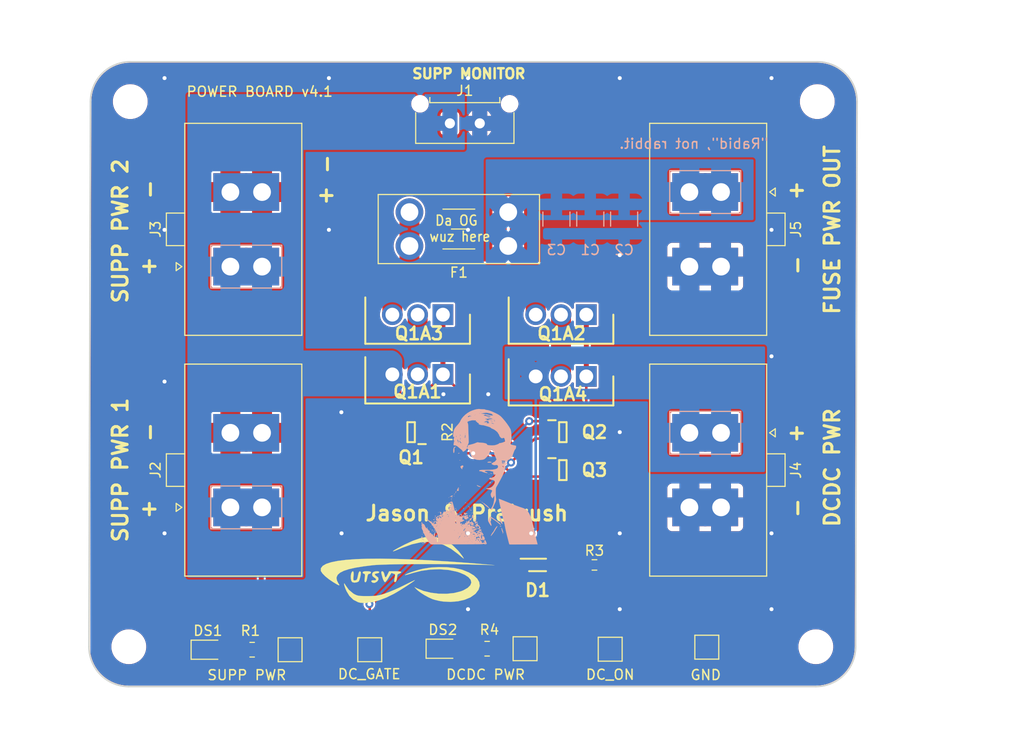
<source format=kicad_pcb>
(kicad_pcb (version 20221018) (generator pcbnew)
  (title_block (title "Primary Battery Board") (date "2018-11-03") (company "UT Solar Vehicle Team") (comment 1 "BeVolt") (comment 2 "Jim Corbin and Alex Rodriguez"))
  (layers (0 "F.Cu" power) (31 "B.Cu" power) (34 "B.Paste" user) (35 "F.Paste" user) (36 "B.SilkS" user "B.Silkscreen") (37 "F.SilkS" user "F.Silkscreen") (38 "B.Mask" user) (39 "F.Mask" user) (44 "Edge.Cuts" user))
  (net 0 "")
  (net 1 "FUSE_OUT")
  (net 2 "GNDS")
  (net 3 "Net-(DS1-A)")
  (net 4 "Net-(DS2-A)")
  (net 5 "Net-(F1-Pad2)")
  (net 6 "SUPP_PWR")
  (net 7 "DCDC_PWR")
  (net 8 "Supp_Gate")
  (net 9 "DCDC_Gate")
  (net 10 "Net-(Q1B-G)")
  (net 11 "Net-(Q1A1-Pad2)")
  (net 12 "Net-(Q1A2-Pad2)")
  (net 13 "Net-(D1-A)")
  (footprint "Connector_Molex:Molex_Sabre_43160-0102_1x02_P7.49mm_Vertical" (layer "F.Cu") (at 144.1544 76.265 -90)
    (fp_text reference "J4" (at 3.75 -10.7 90) (layer "F.SilkS"))
    (fp_text value "DCDC SUPPLY")
    (pad "1" thru_hole rect locked (at 0 -3.18 270) (size 3.78 3.43) (drill 1.78) (layers "*.Cu" "*.Mask") (net 7 "DCDC_PWR"))
    (pad "1" thru_hole rect locked (at 0 0 270) (size 3.78 3.43) (drill 1.78) (layers "*.Cu" "*.Mask") (net 7 "DCDC_PWR"))
    (pad "2" thru_hole rect locked (at 7.49 -3.18 270) (size 3.78 3.43) (drill 1.78) (layers "*.Cu" "*.Mask") (net 2 "GNDS"))
    (pad "2" thru_hole rect locked (at 7.49 0 270) (size 3.78 3.43) (drill 1.78) (layers "*.Cu" "*.Mask") (net 2 "GNDS"))
  )
  (footprint "UTSVT_PowerSupp:SOT65P210X100-6N" (layer "F.Cu") (at 131.445 76.2)
    (fp_text reference "Q2" (at 3.175 0) (layer "F.SilkS") (effects (font (size 1.27 1.27) (thickness 0.254))))
    (fp_text value "S1G1D2S2G2D1" hide)
    (pad "1" smd rect (at -1.1 -0.65 90) (size 0.4 0.75) (layers "F.Cu" "F.Paste" "F.Mask") (net 2 "GNDS"))
    (pad "2" smd rect (at -1.1 0 90) (size 0.4 0.75) (layers "F.Cu" "F.Paste" "F.Mask") (net 8 "Supp_Gate"))
    (pad "3" smd rect (at -1.1 0.65 90) (size 0.4 0.75) (layers "F.Cu" "F.Paste" "F.Mask") (net 8 "Supp_Gate"))
    (pad "4" smd rect (at 1.1 0.65 90) (size 0.4 0.75) (layers "F.Cu" "F.Paste" "F.Mask") (net 2 "GNDS"))
    (pad "5" smd rect (at 1.1 0 90) (size 0.4 0.75) (layers "F.Cu" "F.Paste" "F.Mask") (net 10 "Net-(Q1B-G)"))
    (pad "6" smd rect (at 1.1 -0.65 90) (size 0.4 0.75) (layers "F.Cu" "F.Paste" "F.Mask") (net 9 "DCDC_Gate"))
  )
  (footprint "Resistor_SMD:R_0805_2012Metric" (layer "F.Cu") (at 123.84 97.95 180)
    (fp_text reference "R4" (at -0.227064 1.905) (layer "F.SilkS"))
    (fp_text value "5.1K")
    (pad "1" smd roundrect (at -0.9125 0 180) (size 1.025 1.4) (layers "F.Cu" "F.Paste" "F.Mask") (roundrect_rratio 0.243902) (net 7 "DCDC_PWR"))
    (pad "2" smd roundrect (at 0.9125 0 180) (size 1.025 1.4) (layers "F.Cu" "F.Paste" "F.Mask") (roundrect_rratio 0.243902) (net 4 "Net-(DS2-A)"))
  )
  (footprint "Connector_Molex:Molex_Sabre_43160-0102_1x02_P7.49mm_Vertical" (layer "F.Cu") (at 144.1544 52.0842 -90)
    (fp_text reference "J5" (at 3.75 -10.7 90) (layer "F.SilkS"))
    (fp_text value "PWR OUT")
    (pad "1" thru_hole rect locked (at 0 -3.18 270) (size 3.78 3.43) (drill 1.78) (layers "*.Cu" "*.Mask") (net 1 "FUSE_OUT"))
    (pad "1" thru_hole rect locked (at 0 0 270) (size 3.78 3.43) (drill 1.78) (layers "*.Cu" "*.Mask") (net 1 "FUSE_OUT"))
    (pad "2" thru_hole rect locked (at 7.49 -3.18 270) (size 3.78 3.43) (drill 1.78) (layers "*.Cu" "*.Mask") (net 2 "GNDS"))
    (pad "2" thru_hole rect locked (at 7.49 0 270) (size 3.78 3.43) (drill 1.78) (layers "*.Cu" "*.Mask") (net 2 "GNDS"))
  )
  (footprint "Fuse:Fuseholder_Blade_Mini_Keystone_3568" (layer "F.Cu") (at 125.96 57.5 180)
    (fp_text reference "F1" (at 4.96 -2.67) (layer "F.SilkS"))
    (fp_text value "Fuse")
    (pad "1" thru_hole circle (at 0 0 180) (size 2.78 2.78) (drill 1.78) (layers "*.Cu" "*.Mask") (net 1 "FUSE_OUT"))
    (pad "1" thru_hole circle (at 0 3.4 180) (size 2.78 2.78) (drill 1.78) (layers "*.Cu" "*.Mask") (net 1 "FUSE_OUT"))
    (pad "2" thru_hole circle (at 9.92 0 180) (size 2.78 2.78) (drill 1.78) (layers "*.Cu" "*.Mask") (net 5 "Net-(F1-Pad2)"))
    (pad "2" thru_hole circle (at 9.92 3.4 180) (size 2.78 2.78) (drill 1.78) (layers "*.Cu" "*.Mask") (net 5 "Net-(F1-Pad2)"))
  )
  (footprint "Connector_Molex:Molex_Sabre_43160-0102_1x02_P7.49mm_Vertical" (layer "F.Cu") (at 101.235 83.755 90)
    (fp_text reference "J2" (at 3.75 -10.7 90) (layer "F.SilkS"))
    (fp_text value "SUPP PWR 1")
    (pad "1" thru_hole rect locked (at 0 -3.18 90) (size 3.78 3.43) (drill 1.78) (layers "*.Cu" "*.Mask") (net 6 "SUPP_PWR"))
    (pad "1" thru_hole rect locked (at 0 0 90) (size 3.78 3.43) (drill 1.78) (layers "*.Cu" "*.Mask") (net 6 "SUPP_PWR"))
    (pad "2" thru_hole rect locked (at 7.49 -3.18 90) (size 3.78 3.43) (drill 1.78) (layers "*.Cu" "*.Mask") (net 2 "GNDS"))
    (pad "2" thru_hole rect locked (at 7.49 0 90) (size 3.78 3.43) (drill 1.78) (layers "*.Cu" "*.Mask") (net 2 "GNDS"))
  )
  (footprint "UTSVT_Special:UTSVT_Logo_Symbol" (layer "F.Cu") (at 115.57 90.17)
    (fp_text reference "LOGO2" hide)
    (fp_text value "UTSVT" hide)
  )
  (footprint "MountingHole:MountingHole_3mm" (layer "F.Cu") (at 157 43)
    (fp_text reference "H2" hide)
    (fp_text value "M3")
    (pad "" np_thru_hole circle (at 0 0) (size 3 3) (drill 3) (layers "*.Cu" "*.Mask"))
  )
  (footprint "TestPoint:TestPoint_Pad_2.0x2.0mm" (layer "F.Cu") (at 136.2 98)
    (fp_text reference "TP3" hide)
    (fp_text value "DC_ON" (at 0 2.55) (layer "F.SilkS"))
    (pad "1" smd rect (at 0 0) (size 2 2) (layers "F.Cu" "F.Mask") (net 13 "Net-(D1-A)"))
  )
  (footprint "Resistor_SMD:R_0603_1608Metric" (layer "F.Cu") (at 134.62 89.535)
    (fp_text reference "R3" (at 0 -1.43) (layer "F.SilkS"))
    (fp_text value "1M")
    (pad "1" smd roundrect (at -0.825 0) (size 0.8 0.95) (layers "F.Cu" "F.Paste" "F.Mask") (net 13 "Net-(D1-A)"))
    (pad "2" smd roundrect (at 0.825 0) (size 0.8 0.95) (layers "F.Cu" "F.Paste" "F.Mask") (net 2 "GNDS"))
  )
  (footprint "UTSVT_PowerSupp:SUP90P06-PCHAN-ENH-PWR-MOSFET" (layer "F.Cu") (at 133.8 70.6 180)
    (fp_text reference "Q1A4" (at 2.355 -1.79 180) (layer "F.SilkS") (effects (font (size 1.27 1.27) (thickness 0.254))))
    (fp_text value "SUP90P06" hide)
    (pad "1" thru_hole rect (at 0 0 180) (size 2.085 2.085) (drill 1.39) (layers "*.Cu" "*.Mask") (net 9 "DCDC_Gate"))
    (pad "2" thru_hole circle (at 2.54 0 180) (size 2.085 2.085) (drill 1.39) (layers "*.Cu" "*.Mask") (net 12 "Net-(Q1A2-Pad2)"))
    (pad "3" thru_hole circle (at 5.08 0 180) (size 2.085 2.085) (drill 1.39) (layers "*.Cu" "*.Mask") (net 7 "DCDC_PWR"))
  )
  (footprint "UTSVT_PowerSupp:SUP90P06-PCHAN-ENH-PWR-MOSFET" (layer "F.Cu") (at 119.4 70.4 180)
    (fp_text reference "Q1A1" (at 2.56 -1.736 180) (layer "F.SilkS") (effects (font (size 1.27 1.27) (thickness 0.254))))
    (fp_text value "SUP90P06" hide)
    (pad "1" thru_hole rect (at 0 0 180) (size 2.085 2.085) (drill 1.39) (layers "*.Cu" "*.Mask") (net 8 "Supp_Gate"))
    (pad "2" thru_hole circle (at 2.54 0 180) (size 2.085 2.085) (drill 1.39) (layers "*.Cu" "*.Mask") (net 11 "Net-(Q1A1-Pad2)"))
    (pad "3" thru_hole circle (at 5.08 0 180) (size 2.085 2.085) (drill 1.39) (layers "*.Cu" "*.Mask") (net 6 "SUPP_PWR"))
  )
  (footprint "MountingHole:MountingHole_3mm" (layer "F.Cu") (at 88 43)
    (fp_text reference "H1" hide)
    (fp_text value "M3")
    (pad "" np_thru_hole circle (at 0 0) (size 3 3) (drill 3) (layers "*.Cu" "*.Mask"))
  )
  (footprint "Connector_Molex:Molex_Micro-Fit_3.0_43650-0215_1x02_P3.00mm_Vertical" (layer "F.Cu") (at 120.1 45.185)
    (fp_text reference "J1" (at 1.5 -3.275) (layer "F.SilkS"))
    (fp_text value "SUPP PWR MON")
    (pad "" np_thru_hole circle (at -3 -1.96) (size 1.27 1.27) (drill 1.27) (layers "*.Cu" "*.Mask"))
    (pad "" np_thru_hole circle (at 6 -1.96) (size 1.27 1.27) (drill 1.27) (layers "*.Cu" "*.Mask"))
    (pad "1" thru_hole roundrect (at 0 0) (size 1.5 2.02) (drill 1.02) (layers "*.Cu" "*.Mask") (roundrect_rratio 0.166667) (net 6 "SUPP_PWR"))
    (pad "2" thru_hole oval (at 3 0) (size 1.5 2.02) (drill 1.02) (layers "*.Cu" "*.Mask") (net 2 "GNDS"))
  )
  (footprint "TestPoint:TestPoint_Pad_2.0x2.0mm" (layer "F.Cu") (at 127.65 97.95)
    (fp_text reference "TP2" hide)
    (fp_text value "DCDC_PWR")
    (pad "1" smd rect (at 0 0) (size 2 2) (layers "F.Cu" "F.Mask") (net 7 "DCDC_PWR"))
  )
  (footprint "TestPoint:TestPoint_Pad_2.0x2.0mm" (layer "F.Cu") (at 104.05 98.05)
    (fp_text reference "TP1" hide)
    (fp_text value "SUPP_PWR")
    (pad "1" smd rect (at 0 0) (size 2 2) (layers "F.Cu" "F.Mask") (net 6 "SUPP_PWR"))
  )
  (footprint "TestPoint:TestPoint_Pad_2.0x2.0mm" (layer "F.Cu") (at 145.9025 97.795)
    (fp_text reference "TP6" hide)
    (fp_text value "GND")
    (pad "1" smd rect (at 0 0) (size 2 2) (layers "F.Cu" "F.Mask") (net 2 "GNDS"))
  )
  (footprint "Diode_SMD:D_0805_2012Metric" (layer "F.Cu") (at 119.395 97.95)
    (fp_text reference "DS2" (at 0 -1.905) (layer "F.SilkS"))
    (fp_text value "DCDC_PWR")
    (pad "1" smd roundrect (at -0.9375 0) (size 0.975 1.4) (layers "F.Cu" "F.Paste" "F.Mask") (net 2 "GNDS"))
    (pad "2" smd roundrect (at 0.9375 0) (size 0.975 1.4) (layers "F.Cu" "F.Paste" "F.Mask") (net 4 "Net-(DS2-A)"))
  )
  (footprint "TestPoint:TestPoint_Pad_2.0x2.0mm" (layer "F.Cu") (at 112.05 98.05)
    (fp_text reference "TP4" hide)
    (fp_text value "DC_GATE" (at -0.05 2.45) (layer "F.SilkS"))
    (pad "1" smd rect (at 0 0) (size 2 2) (layers "F.Cu" "F.Mask") (net 8 "Supp_Gate"))
  )
  (footprint "MountingHole:MountingHole_3mm" (layer "F.Cu") (at 87.8525 97.75)
    (fp_text reference "H3" hide)
    (fp_text value "M3")
    (pad "" np_thru_hole circle (at 0 0) (size 3 3) (drill 3) (layers "*.Cu" "*.Mask"))
  )
  (footprint "Resistor_SMD:R_0805_2012Metric" (layer "F.Cu") (at 100.24 98.05 180)
    (fp_text reference "R1" (at 0.175 1.905) (layer "F.SilkS"))
    (fp_text value "5.1K")
    (pad "1" smd roundrect (at -0.9125 0 180) (size 1.025 1.4) (layers "F.Cu" "F.Paste" "F.Mask") (roundrect_rratio 0.243902) (net 6 "SUPP_PWR"))
    (pad "2" smd roundrect (at 0.9125 0 180) (size 1.025 1.4) (layers "F.Cu" "F.Paste" "F.Mask") (roundrect_rratio 0.243902) (net 3 "Net-(DS1-A)"))
  )
  (footprint "Connector_Molex:Molex_Sabre_43160-0102_1x02_P7.49mm_Vertical" (layer "F.Cu") (at 101.235 59.5742 90)
    (fp_text reference "J3" (at 3.75 -10.7 90) (layer "F.SilkS"))
    (fp_text value "SUPP PWR 2")
    (pad "1" thru_hole rect locked (at 0 -3.18 90) (size 3.78 3.43) (drill 1.78) (layers "*.Cu" "*.Mask") (net 6 "SUPP_PWR"))
    (pad "1" thru_hole rect locked (at 0 0 90) (size 3.78 3.43) (drill 1.78) (layers "*.Cu" "*.Mask") (net 6 "SUPP_PWR"))
    (pad "2" thru_hole rect locked (at 7.49 -3.18 90) (size 3.78 3.43) (drill 1.78) (layers "*.Cu" "*.Mask") (net 2 "GNDS"))
    (pad "2" thru_hole rect locked (at 7.49 0 90) (size 3.78 3.43) (drill 1.78) (layers "*.Cu" "*.Mask") (net 2 "GNDS"))
  )
  (footprint "UTSVT_PowerSupp:SUP90P06-PCHAN-ENH-PWR-MOSFET" (layer "F.Cu") (at 119.4 64.4 180)
    (fp_text reference "Q1A3" (at 2.4 -1.894 180) (layer "F.SilkS") (effects (font (size 1.27 1.27) (thickness 0.254))))
    (fp_text value "SUP90P06" hide)
    (pad "1" thru_hole rect (at 0 0 180) (size 2.085 2.085) (drill 1.39) (layers "*.Cu" "*.Mask") (net 8 "Supp_Gate"))
    (pad "2" thru_hole circle (at 2.54 0 180) (size 2.085 2.085) (drill 1.39) (layers "*.Cu" "*.Mask") (net 11 "Net-(Q1A1-Pad2)"))
    (pad "3" thru_hole circle (at 5.08 0 180) (size 2.085 2.085) (drill 1.39) (layers "*.Cu" "*.Mask") (net 5 "Net-(F1-Pad2)"))
  )
  (footprint "UTSVT_PowerSupp:SOT65P210X100-6N" (layer "F.Cu") (at 116.205 76.2 180)
    (fp_text reference "Q1" (at 0 -2.54) (layer "F.SilkS") (effects (font (size 1.27 1.27) (thickness 0.254))))
    (fp_text value "S1G1D2S2G2D1" hide)
    (pad "1" smd rect (at -1.1 -0.65 270) (size 0.4 0.75) (layers "F.Cu" "F.Paste" "F.Mask") (net 6 "SUPP_PWR"))
    (pad "2" smd rect (at -1.1 0 270) (size 0.4 0.75) (layers "F.Cu" "F.Paste" "F.Mask") (net 8 "Supp_Gate"))
    (pad "3" smd rect (at -1.1 0.65 270) (size 0.4 0.75) (layers "F.Cu" "F.Paste" "F.Mask") (net 8 "Supp_Gate"))
    (pad "4" smd rect (at 1.1 0.65 270) (size 0.4 0.75) (layers "F.Cu" "F.Paste" "F.Mask") (net 6 "SUPP_PWR"))
    (pad "5" smd rect (at 1.1 0 270) (size 0.4 0.75) (layers "F.Cu" "F.Paste" "F.Mask") (net 10 "Net-(Q1B-G)"))
    (pad "6" smd rect (at 1.1 -0.65 270) (size 0.4 0.75) (layers "F.Cu" "F.Paste" "F.Mask") (net 9 "DCDC_Gate"))
  )
  (footprint "Resistor_SMD:R_0603_1608Metric" (layer "F.Cu") (at 121.285 76.2 90)
    (fp_text reference "R2" (at 0 -1.43 90) (layer "F.SilkS"))
    (fp_text value "100k")
    (pad "1" smd roundrect (at -0.825 0 90) (size 0.8 0.95) (layers "F.Cu" "F.Paste" "F.Mask") (net 6 "SUPP_PWR"))
    (pad "2" smd roundrect (at 0.825 0 90) (size 0.8 0.95) (layers "F.Cu" "F.Paste" "F.Mask") (net 10 "Net-(Q1B-G)"))
  )
  (footprint "UTSVT_PowerSupp:SUP90P06-PCHAN-ENH-PWR-MOSFET" (layer "F.Cu") (at 133.8 64.4 180)
    (fp_text reference "Q1A2" (at 2.482 -1.894 180) (layer "F.SilkS") (effects (font (size 1.27 1.27) (thickness 0.254))))
    (fp_text value "SUP90P06" hide)
    (pad "1" thru_hole rect (at 0 0 180) (size 2.085 2.085) (drill 1.39) (layers "*.Cu" "*.Mask") (net 9 "DCDC_Gate"))
    (pad "2" thru_hole circle (at 2.54 0 180) (size 2.085 2.085) (drill 1.39) (layers "*.Cu" "*.Mask") (net 12 "Net-(Q1A2-Pad2)"))
    (pad "3" thru_hole circle (at 5.08 0 180) (size 2.085 2.085) (drill 1.39) (layers "*.Cu" "*.Mask") (net 5 "Net-(F1-Pad2)"))
  )
  (footprint "UTSVT_PowerSupp:SOD2512X110N" (layer "F.Cu") (at 128.905 89.535)
    (fp_text reference "D1" (at 0 2.54) (layer "F.SilkS") (effects (font (size 1.27 1.27) (thickness 0.254))))
    (fp_text value "10V" hide)
    (pad "1" smd rect (at -1.15 0 90) (size 0.5 1.1) (layers "F.Cu" "F.Paste" "F.Mask") (net 7 "DCDC_PWR"))
    (pad "2" smd rect (at 1.15 0 90) (size 0.5 1.1) (layers "F.Cu" "F.Paste" "F.Mask") (net 13 "Net-(D1-A)"))
  )
  (footprint "MountingHole:MountingHole_3mm" (layer "F.Cu") (at 156.8525 97.75)
    (fp_text reference "H4" hide)
    (fp_text value "M3")
    (pad "" np_thru_hole circle (at 0 0) (size 3 3) (drill 3) (layers "*.Cu" "*.Mask"))
  )
  (footprint "Diode_SMD:D_0805_2012Metric" (layer "F.Cu") (at 95.795 98.05)
    (fp_text reference "DS1" (at 0 -1.905) (layer "F.SilkS"))
    (fp_text value "SUPP_PWR")
    (pad "1" smd roundrect (at -0.9375 0) (size 0.975 1.4) (layers "F.Cu" "F.Paste" "F.Mask") (net 2 "GNDS"))
    (pad "2" smd roundrect (at 0.9375 0) (size 0.975 1.4) (layers "F.Cu" "F.Paste" "F.Mask") (net 3 "Net-(DS1-A)"))
  )
  (footprint "UTSVT_PowerSupp:SOT65P210X100-6N" (layer "F.Cu") (at 131.445 80.01)
    (fp_text reference "Q3" (at 3.175 0) (layer "F.SilkS") (effects (font (size 1.27 1.27) (thickness 0.254))))
    (fp_text value "S1G1D2S2G2D1" hide)
    (pad "1" smd rect (at -1.1 -0.65 90) (size 0.4 0.75) (layers "F.Cu" "F.Paste" "F.Mask"))
    (pad "2" smd rect (at -1.1 0 90) (size 0.4 0.75) (layers "F.Cu" "F.Paste" "F.Mask"))
    (pad "3" smd rect (at -1.1 0.65 90) (size 0.4 0.75) (layers "F.Cu" "F.Paste" "F.Mask") (net 10 "Net-(Q1B-G)"))
    (pad "4" smd rect (at 1.1 0.65 90) (size 0.4 0.75) (layers "F.Cu" "F.Paste" "F.Mask") (net 2 "GNDS"))
    (pad "5" smd rect (at 1.1 0 90) (size 0.4 0.75) (layers "F.Cu" "F.Paste" "F.Mask") (net 13 "Net-(D1-A)"))
    (pad "6" smd rect (at 1.1 -0.65 90) (size 0.4 0.75) (layers "F.Cu" "F.Paste" "F.Mask"))
  )
  (footprint "Capacitor_SMD:C_1210_3225Metric" (layer "B.Cu") (at 134.2 54.8 -90)
    (fp_text reference "C1" (at 3.1 0) (layer "B.SilkS") (effects (justify mirror)))
    (fp_text value "100uF")
    (pad "1" smd roundrect (at -1.475 0 270) (size 1.15 2.7) (layers "B.Cu" "B.Paste" "B.Mask") (roundrect_rratio 0.217391) (net 1 "FUSE_OUT"))
    (pad "2" smd roundrect (at 1.475 0 270) (size 1.15 2.7) (layers "B.Cu" "B.Paste" "B.Mask") (roundrect_rratio 0.217391) (net 2 "GNDS"))
  )
  (footprint "Capacitor_SMD:C_1210_3225Metric" (layer "B.Cu") (at 130.8 54.8 -90)
    (fp_text reference "C3" (at 3.1 0 180) (layer "B.SilkS") (effects (justify mirror)))
    (fp_text value "100uF")
    (pad "1" smd roundrect (at -1.475 0 270) (size 1.15 2.7) (layers "B.Cu" "B.Paste" "B.Mask") (roundrect_rratio 0.217391) (net 1 "FUSE_OUT"))
    (pad "2" smd roundrect (at 1.475 0 270) (size 1.15 2.7) (layers "B.Cu" "B.Paste" "B.Mask") (roundrect_rratio 0.217391) (net 2 "GNDS"))
  )
  (footprint "UTSVT_Special:Hallock_Image_Tiny" (layer "B.Cu") (at 123.55 80.5 180)
    (fp_text reference "LOGO1" hide)
    (fp_text value "Dr Hallock" hide)
  )
  (footprint "Capacitor_SMD:C_1210_3225Metric" (layer "B.Cu") (at 137.6 54.8 -90)
    (fp_text reference "C2" (at 3.1 0 180) (layer "B.SilkS") (effects (justify mirror)))
    (fp_text value "100uF")
    (pad "1" smd roundrect (at -1.475 0 270) (size 1.15 2.7) (layers "B.Cu" "B.Paste" "B.Mask") (roundrect_rratio 0.217391) (net 1 "FUSE_OUT"))
    (pad "2" smd roundrect (at 1.475 0 270) (size 1.15 2.7) (layers "B.Cu" "B.Paste" "B.Mask") (roundrect_rratio 0.217391) (net 2 "GNDS"))
  )
  (gr_line (start 160.8525 97.75) (end 161 43) (stroke (width 0.15)) (layer "Edge.Cuts"))
  (gr_line (start 88 39) (end 157 39) (stroke (width 0.15)) (layer "Edge.Cuts"))
  (gr_line (start 87.8525 101.75) (end 156.8525 101.75) (stroke (width 0.15)) (layer "Edge.Cuts"))
  (gr_arc (start 87.8525 101.75) (mid 85.024073 100.578427) (end 83.8525 97.75) (stroke (width 0.15)) (layer "Edge.Cuts"))
  (gr_arc (start 160.8525 97.75) (mid 159.680927 100.578427) (end 156.8525 101.75) (stroke (width 0.15)) (layer "Edge.Cuts"))
  (gr_arc (start 84 43) (mid 85.171573 40.171573) (end 88 39) (stroke (width 0.15)) (layer "Edge.Cuts"))
  (gr_arc (start 157 39) (mid 159.828427 40.171573) (end 161 43) (stroke (width 0.15)) (layer "Edge.Cuts"))
  (gr_line (start 83.8525 97.75) (end 84 43) (stroke (width 0.15)) (layer "Edge.Cuts"))
  (gr_text "{dblquote}Rabid{dblquote}, not rabbit." (at 144.604 47.228) (layer "B.SilkS") (effects (font (size 1 1)) (justify mirror)))
  (gr_text "+" (at 89.916 83.82) (layer "F.SilkS") (effects (font (size 1.5 1.5) (thickness 0.3))))
  (gr_text "GND" (at 145.796 100.584) (layer "F.SilkS") (effects (font (size 1 1))))
  (gr_text "Da OG \nwuz here" (at 121.1 55.75) (layer "F.SilkS") (effects (font (size 1 0.9) (thickness 0.15) bold)))
  (gr_text "SUPP PWR 2" (at 87 56 90) (layer "F.SilkS") (effects (font (size 1.5 1.5) (thickness 0.3))))
  (gr_text "+" (at 154.94 76.2) (layer "F.SilkS") (effects (font (size 1.5 1.5) (thickness 0.3))))
  (gr_text "+" (at 107.696 52.324) (layer "F.SilkS") (effects (font (size 1.5 1.5) (thickness 0.3))))
  (gr_text "SUPP MONITOR" (at 122 40.2) (layer "F.SilkS") (effects (font (size 1 1) (thickness 0.25))))
  (gr_text "POWER BOARD v4.1\n" (at 101 42) (layer "F.SilkS") (effects (font (size 1 1))))
  (gr_text "-" (at 89.916 76.2 90) (layer "F.SilkS") (effects (font (size 1.5 1.5) (thickness 0.3))))
  (gr_text "DCDC PWR" (at 158.496 79.756 90) (layer "F.SilkS") (effects (font (size 1.5 1.5) (thickness 0.3))))
  (gr_text "-" (at 89.916 51.816 90) (layer "F.SilkS") (effects (font (size 1.5 1.5) (thickness 0.3))))
  (gr_text "SUPP PWR 1" (at 87 80 90) (layer "F.SilkS") (effects (font (size 1.5 1.5) (thickness 0.3))))
  (gr_text "-" (at 154.94 59.436 90) (layer "F.SilkS") (effects (font (size 1.5 1.5) (thickness 0.3))))
  (gr_text "SUPP PWR" (at 99.7045 100.6) (layer "F.SilkS") (effects (font (size 1 1))))
  (gr_text "Jason & Pratyush" (at 121.8 84.35) (layer "F.SilkS") (effects (font (size 1.5 1.5) (thickness 0.3))))
  (gr_text "+" (at 154.94 51.816) (layer "F.SilkS") (effects (font (size 1.5 1.5) (thickness 0.3))))
  (gr_text "-" (at 107.696 49.276 90) (layer "F.SilkS") (effects (font (size 1.5 1.5) (thickness 0.3))))
  (gr_text "+" (at 89.916 59.436) (layer "F.SilkS") (effects (font (size 1.5 1.5) (thickness 0.3))))
  (gr_text "-" (at 154.94 83.82 90) (layer "F.SilkS") (effects (font (size 1.5 1.5) (thickness 0.3))))
  (gr_text "DCDC PWR" (at 123.6855 100.55) (layer "F.SilkS") (effects (font (size 1 1))))
  (gr_text "FUSE PWR OUT" (at 158.496 55.88 90) (layer "F.SilkS") (effects (font (size 1.5 1.5) (thickness 0.3))))
  (via (at 121.92 93.98) (size 0.8) (drill 0.4) (layers "F.Cu" "B.Cu") (net 2))
  (via (at 152.4 68.58) (size 0.8) (drill 0.4) (layers "F.Cu" "B.Cu") (net 2))
  (via (at 91.44 71.12) (size 0.8) (drill 0.4) (layers "F.Cu" "B.Cu") (net 2))
  (via (at 152.4 93.98) (size 0.8) (drill 0.4) (layers "F.Cu" "B.Cu") (net 2))
  (via (at 152.4 40.64) (size 0.8) (drill 0.4) (layers "F.Cu" "B.Cu") (net 2))
  (via (at 137.16 58.42) (size 0.8) (drill 0.4) (layers "F.Cu" "B.Cu") (net 2))
  (via (at 121.92 86.36) (size 0.8) (drill 0.4) (layers "F.Cu" "B.Cu") (net 2))
  (via (at 137.16 93.98) (size 0.8) (drill 0.4) (layers "F.Cu" "B.Cu") (net 2))
  (via (at 137.16 76.2) (size 0.8) (drill 0.4) (layers "F.Cu" "B.Cu") (net 2))
  (via (at 119.45 72.39) (size 0.8) (drill 0.4) (layers "F.Cu" "B.Cu") (net 2))
  (via (at 109.22 86.36) (size 0.8) (drill 0.4) (layers "F.Cu" "B.Cu") (net 2))
  (via (at 91.44 40.64) (size 0.8) (drill 0.4) (layers "F.Cu" "B.Cu") (net 2))
  (via (at 107.95 55.88) (size 0.8) (drill 0.4) (layers "F.Cu" "B.Cu") (net 2))
  (via (at 109.2 74.2) (size 0.8) (drill 0.4) (layers "F.Cu" "B.Cu") (net 2))
  (via (at 91.44 86.36) (size 0.8) (drill 0.4) (layers "F.Cu" "B.Cu") (net 2))
  (via (at 121.92 55.88) (size 0.8) (drill 0.4) (layers "F.Cu" "B.Cu") (net 2))
  (via (at 152.4 86.36) (size 0.8) (drill 0.4) (layers "F.Cu" "B.Cu") (net 2))
  (via (at 107.95 40.64) (size 0.8) (drill 0.4) (layers "F.Cu" "B.Cu") (net 2))
  (via (at 137.16 40.64) (size 0.8) (drill 0.4) (layers "F.Cu" "B.Cu") (net 2))
  (via (at 123.952 72.39) (size 0.8) (drill 0.4) (layers "F.Cu" "B.Cu") (net 2))
  (via (at 137.16 86.36) (size 0.8) (drill 0.4) (layers "F.Cu" "B.Cu") (net 2))
  (via (at 121.92 40.64) (size 0.8) (drill 0.4) (layers "F.Cu" "B.Cu") (net 2))
  (via (at 152.4 55.88) (size 0.8) (drill 0.4) (layers "F.Cu" "B.Cu") (net 2))
  (via (at 91.44 55.88) (size 0.8) (drill 0.4) (layers "F.Cu" "B.Cu") (net 2))
  (segment (start 96.7325 98.05) (end 99.3275 98.05) (width 0.5) (layer "F.Cu") (net 3))
  (segment (start 120.3325 97.95) (end 122.9275 97.95) (width 0.25) (layer "F.Cu") (net 4))
  (segment (start 114.32 62.18) (end 114.75 61.75) (width 2) (layer "F.Cu") (net 5))
  (segment (start 116.04 60.71) (end 115.75 61) (width 2) (layer "F.Cu") (net 5))
  (segment (start 115.75 61) (end 114.25 61) (width 2) (layer "F.Cu") (net 5))
  (segment (start 128.72 61.28) (end 128.72 62.47) (width 2) (layer "F.Cu") (net 5))
  (segment (start 114.32 62.18) (end 114.32 64.4) (width 2) (layer "F.Cu") (net 5))
  (segment (start 128.75 61.25) (end 128.72 61.28) (width 2) (layer "F.Cu") (net 5))
  (segment (start 115.75 61) (end 116 61.25) (width 2) (layer "F.Cu") (net 5))
  (segment (start 116 61.25) (end 128.75 61.25) (width 2) (layer "F.Cu") (net 5))
  (segment (start 116.04 57.5) (end 116.04 60.71) (width 2) (layer "F.Cu") (net 5))
  (segment (start 116.04 54.1) (end 116.04 57.5) (width 2) (layer "F.Cu") (net 5))
  (segment (start 128 61.75) (end 128.72 62.47) (width 2) (layer "F.Cu") (net 5))
  (segment (start 114.32 61.07) (end 114.32 62.18) (width 2) (layer "F.Cu") (net 5))
  (segment (start 128.75 60.25) (end 128.75 61.25) (width 2) (layer "F.Cu") (net 5))
  (segment (start 114.25 61) (end 114.32 61.07) (width 2) (layer "F.Cu") (net 5))
  (segment (start 114.25 61) (end 114.25 60.25) (width 2) (layer "F.Cu") (net 5))
  (segment (start 114.75 61.75) (end 128 61.75) (width 2) (layer "F.Cu") (net 5))
  (segment (start 114.25 60.25) (end 128.75 60.25) (width 2) (layer "F.Cu") (net 5))
  (segment (start 128.72 62.47) (end 128.72 64.4) (width 2) (layer "F.Cu") (net 5))
  (segment (start 101.1525 98.05) (end 104.05 98.05) (width 0.5) (layer "F.Cu") (net 6))
  (segment (start 101.1525 98.05) (end 101.1525 88.335) (width 0.5) (layer "F.Cu") (net 6))
  (segment (start 115.105 75.55) (end 115.105 71.185) (width 0.25) (layer "F.Cu") (net 6))
  (segment (start 117.305 76.85) (end 116.855 76.85) (width 0.25) (layer "F.Cu") (net 6))
  (segment (start 101.1525 88.335) (end 101.17 88.3175) (width 0.5) (layer "F.Cu") (net 6))
  (segment (start 101.17 88.3175) (end 101.17 83.82) (width 0.5) (layer "F.Cu") (net 6))
  (segment (start 116.855 76.85) (end 115.555 75.55) (width 0.25) (layer "F.Cu") (net 6))
  (segment (start 115.555 75.55) (end 115.105 75.55) (width 0.25) (layer "F.Cu") (net 6))
  (segment (start 115.105 71.185) (end 114.32 70.4) (width 0.25) (layer "F.Cu") (net 6))
  (segment (start 121.285 77.025) (end 121.11 76.85) (width 0.25) (layer "F.Cu") (net 6))
  (segment (start 121.11 76.85) (end 117.305 76.85) (width 0.25) (layer "F.Cu") (net 6))
  (segment (start 114.32 69.12) (end 114.32 70.12) (width 2) (layer "B.Cu") (net 6))
  (segment (start 114.32 71.48) (end 114.2 71.6) (width 2) (layer "B.Cu") (net 6))
  (segment (start 102.4 69) (end 114.2 69) (width 2) (layer "B.Cu") (net 6))
  (segment (start 114.32 70.68) (end 114.32 70.4) (width 2) (layer "B.Cu") (net 6))
  (segment (start 102.4 70.4) (end 112.4 70.4) (width 2) (layer "B.Cu") (net 6))
  (segment (start 114.32 70.4) (end 114.32 71.48) (width 2) (layer "B.Cu") (net 6))
  (segment (start 102.6 71.6) (end 102.4 71.4) (width 2) (layer "B.Cu") (net 6))
  (segment (start 102.4 70.4) (end 102.4 69) (width 2) (layer "B.Cu") (net 6))
  (segment (start 114.2 69) (end 114.32 69.12) (width 2) (layer "B.Cu") (net 6))
  (segment (start 102.4 71.4) (end 102.4 70.4) (width 2) (layer "B.Cu") (net 6))
  (segment (start 114.2 71.6) (end 102.6 71.6) (width 2) (layer "B.Cu") (net 6))
  (segment (start 127.755 86.875) (end 127.755 89.535) (width 0.25) (layer "F.Cu") (net 7))
  (segment (start 127.65 97.95) (end 127.65 89.64) (width 0.25) (layer "F.Cu") (net 7))
  (segment (start 128.27 86.36) (end 127.755 86.875) (width 0.25) (layer "F.Cu") (net 7))
  (segment (start 124.7525 97.95) (end 127.65 97.95) (width 0.25) (layer "F.Cu") (net 7))
  (segment (start 127.65 89.64) (end 127.755 89.535) (width 0.25) (layer "F.Cu") (net 7))
  (via (at 128.27 86.36) (size 0.8) (drill 0.4) (layers "F.Cu" "B.Cu") (net 7))
  (segment (start 128.72 70.6) (end 128.72 85.91) (width 0.25) (layer "B.Cu") (net 7))
  (segment (start 128.72 85.91) (end 128.27 86.36) (width 0.25) (layer "B.Cu") (net 7))
  (segment (start 127.359 78.127) (end 127.127 78.127) (width 0.25) (layer "F.Cu") (net 8))
  (segment (start 117.305 75.55) (end 117.305 72.495) (width 0.25) (layer "F.Cu") (net 8))
  (segment (start 126.989 77.989) (end 127.127 78.127) (width 0.25) (layer "F.Cu") (net 8))
  (segment (start 117.305 72.495) (end 119.4 70.4) (width 0.25) (layer "F.Cu") (net 8))
  (segment (start 127 78.486) (end 126.238 79.248) (width 0.25) (layer "F.Cu") (net 8))
  (segment (start 126.989 78.475) (end 126.989 77.989) (width 0.25) (layer "F.Cu") (net 8))
  (segment (start 127.127 78.127) (end 127.127 78.359) (width 0.25) (layer "F.Cu") (net 8))
  (segment (start 127 78.486) (end 126.989 78.475) (width 0.25) (layer "F.Cu") (net 8))
  (segment (start 117.305 75.55) (end 117.305 76.2) (width 0.25) (layer "F.Cu") (net 8))
  (segment (start 128.636 76.85) (end 127.508 77.978) (width 0.25) (layer "F.Cu") (net 8))
  (segment (start 119.4 64.4) (end 119.4 70.4) (width 0.5) (layer "F.Cu") (net 8))
  (segment (start 112.014 93.472) (end 112.05 93.508) (width 0.25) (layer "F.Cu") (net 8))
  (segment (start 127.127 78.359) (end 127 78.486) (width 0.25) (layer "F.Cu") (net 8))
  (segment (start 119.4 70.4) (end 126.989 77.989) (width 0.25) (layer "F.Cu") (net 8))
  (segment (start 127.508 77.978) (end 127.127 78.359) (width 0.25) (layer "F.Cu") (net 8))
  (segment (start 112.05 93.508) (end 112.05 98.05) (width 0.25) (layer "F.Cu") (net 8))
  (segment (start 130.345 76.85) (end 128.636 76.85) (width 0.25) (layer "F.Cu") (net 8))
  (segment (start 126.989 77.989) (end 127.497 77.989) (width 0.25) (layer "F.Cu") (net 8))
  (segment (start 130.345 76.85) (end 130.345 76.2) (width 0.25) (layer "F.Cu") (net 8))
  (segment (start 127.497 77.989) (end 127.508 77.978) (width 0.25) (layer "F.Cu") (net 8))
  (segment (start 127.508 77.978) (end 127.359 78.127) (width 0.25) (layer "F.Cu") (net 8))
  (via (at 112.014 93.472) (size 0.8) (drill 0.4) (layers "F.Cu" "B.Cu") (net 8))
  (via (at 126.238 79.248) (size 0.8) (drill 0.4) (layers "F.Cu" "B.Cu") (net 8))
  (segment (start 126.238 79.248) (end 112.014 93.472) (width 0.25) (layer "B.Cu") (net 8))
  (segment (start 133.8 64.4) (end 133.8 70.6) (width 0.5) (layer "F.Cu") (net 9))
  (segment (start 132.093 75.098) (end 132.545 75.55) (width 0.25) (layer "F.Cu") (net 9))
  (segment (start 128.0855 75.098) (end 132.093 75.098) (width 0.25) (layer "F.Cu") (net 9))
  (segment (start 117.183836 78.321836) (end 122.440949 78.321836) (width 0.25) (layer "F.Cu") (net 9))
  (segment (start 115.712 76.85) (end 116.84 77.978) (width 0.25) (layer "F.Cu") (net 9))
  (segment (start 115.105 76.85) (end 115.712 76.85) (width 0.25) (layer "F.Cu") (net 9))
  (segment (start 116.84 77.978) (end 117.183836 78.321836) (width 0.25) (layer "F.Cu") (net 9))
  (segment (start 133.8 74.295) (end 132.545 75.55) (width 0.25) (layer "F.Cu") (net 9))
  (segment (start 133.8 70.6) (end 133.8 74.295) (width 0.25) (layer "F.Cu") (net 9))
  (via (at 122.440949 78.321836) (size 0.8) (drill 0.4) (layers "F.Cu" "B.Cu") (net 9))
  (via (at 128.0685 75.098) (size 0.8) (drill 0.4) (layers "F.Cu" "B.Cu") (net 9))
  (segment (start 124.844664 78.321836) (end 128.0685 75.098) (width 0.25) (layer "B.Cu") (net 9))
  (segment (start 122.440949 78.321836) (end 124.844664 78.321836) (width 0.25) (layer "B.Cu") (net 9))
  (segment (start 122.65 76.74) (end 122.65 76.962) (width 0.25) (layer "F.Cu") (net 10))
  (segment (start 122.65 77.089) (end 122.936 77.375) (width 0.25) (layer "F.Cu") (net 10))
  (segment (start 122.65 76.962) (end 122.65 77.089) (width 0.25) (layer "F.Cu") (net 10))
  (segment (start 115.105 76.2) (end 115.671842 76.2) (width 0.25) (layer "F.Cu") (net 10))
  (segment (start 122.555 77.47) (end 122.9675 77.0575) (width 0.25) (layer "F.Cu") (net 10))
  (segment (start 131.92 76.2) (end 132.545 76.2) (width 0.25) (layer "F.Cu") (net 10))
  (segment (start 121.285 75.375) (end 122.65 76.74) (width 0.25) (layer "F.Cu") (net 10))
  (segment (start 130.345 80.66) (end 126.57 80.66) (width 0.25) (layer "F.Cu") (net 10))
  (segment (start 122.936 77.375) (end 123.285 77.375) (width 0.25) (layer "F.Cu") (net 10))
  (segment (start 130.345 80.66) (end 130.668 80.66) (width 0.25) (layer "F.Cu") (net 10))
  (segment (start 122.555 77.47) (end 122.65 77.375) (width 0.25) (layer "F.Cu") (net 10))
  (segment (start 122.65 76.962) (end 122.65 77.375) (width 0.25) (layer "F.Cu") (net 10))
  (segment (start 131.064 77.056) (end 131.92 76.2) (width 0.25) (layer "F.Cu") (net 10))
  (segment (start 122.348 77.677) (end 122.555 77.47) (width 0.25) (layer "F.Cu") (net 10))
  (segment (start 122.9675 77.0575) (end 123.285 77.375) (width 0.25) (layer "F.Cu") (net 10))
  (segment (start 117.148842 77.677) (end 122.348 77.677) (width 0.25) (layer "F.Cu") (net 10))
  (segment (start 131.064 80.264) (end 131.064 77.056) (width 0.25) (layer "F.Cu") (net 10))
  (segment (start 122.65 77.375) (end 122.936 77.375) (width 0.25) (layer "F.Cu") (net 10))
  (segment (start 115.671842 76.2) (end 117.148842 77.677) (width 0.25) (layer "F.Cu") (net 10))
  (segment (start 126.57 80.66) (end 123.285 77.375) (width 0.25) (layer "F.Cu") (net 10))
  (segment (start 122.65 76.74) (end 122.9675 77.0575) (width 0.25) (layer "F.Cu") (net 10))
  (segment (start 130.668 80.66) (end 131.064 80.264) (width 0.25) (layer "F.Cu") (net 10))
  (segment (start 116.86 64.4) (end 116.86 70.4) (width 2) (layer "F.Cu") (net 11))
  (segment (start 131.26 64.4) (end 131.26 70.6) (width 2) (layer "F.Cu") (net 12))
  (segment (start 132.974 80.01) (end 132.545 80.01) (width 0.25) (layer "F.Cu") (net 13))
  (segment (start 136.2 91.94) (end 133.795 89.535) (width 0.25) (layer "F.Cu") (net 13))
  (segment (start 133.795 89.535) (end 133.795 80.831) (width 0.25) (layer "F.Cu") (net 13))
  (segment (start 133.795 80.831) (end 132.974 80.01) (width 0.25) (layer "F.Cu") (net 13))
  (segment (start 133.795 89.535) (end 130.055 89.535) (width 0.25) (layer "F.Cu") (net 13))
  (segment (start 136.2 98) (end 136.2 91.94) (width 0.25) (layer "F.Cu") (net 13))
  (zone (net 2) (net_name "GNDS") (layer "F.Cu") (connect_pads (clearance 0.2)) (min_thickness 0.254) (fill yes (thermal_gap 0.508) (thermal_bridge_width 2))
    (polygon (pts (xy 161 102) (xy 84 102) (xy 84 38.8) (xy 161 38.4)))
  )
  (zone (net 6) (net_name "SUPP_PWR") (layer "B.Cu") (priority 1) (connect_pads (clearance 0.2)) (min_thickness 0.254) (fill yes (thermal_gap 0.508) (thermal_bridge_width 2))
    (polygon (pts (xy 121.6 47.85) (xy 105.4 47.85) (xy 105.4 90.8) (xy 93.74 90.8) (xy 93.74 42.25) (xy 121.6 42.25)))
  )
  (zone (net 1) (net_name "FUSE_OUT") (layer "B.Cu") (priority 1) (connect_pads (clearance 0.2)) (min_thickness 0.254) (fill yes (thermal_gap 0.508) (thermal_bridge_width 2))
    (polygon (pts (xy 150.6 54.9) (xy 129 54.9) (xy 129 59.2) (xy 123.7 59.2) (xy 123.7 48.8) (xy 150.6 48.8)))
  )
  (zone (net 7) (net_name "DCDC_PWR") (layer "B.Cu") (priority 1) (connect_pads (clearance 0.2)) (min_thickness 0.254) (fill yes (thermal_gap 0.508) (thermal_bridge_width 2))
    (polygon (pts (xy 151.75 80.2) (xy 140.2 80.2) (xy 140.2 72.9) (xy 125.6 72.9) (xy 125.6 67.6) (xy 151.75 67.6)))
  )
  (zone (net 2) (net_name "GNDS") (layer "B.Cu") (connect_pads (clearance 0.2)) (min_thickness 0.254) (fill yes (thermal_gap 0.508) (thermal_bridge_width 2))
    (polygon (pts (xy 161 102) (xy 84 102) (xy 84 38.8) (xy 161 38.4)))
  )
)
</source>
